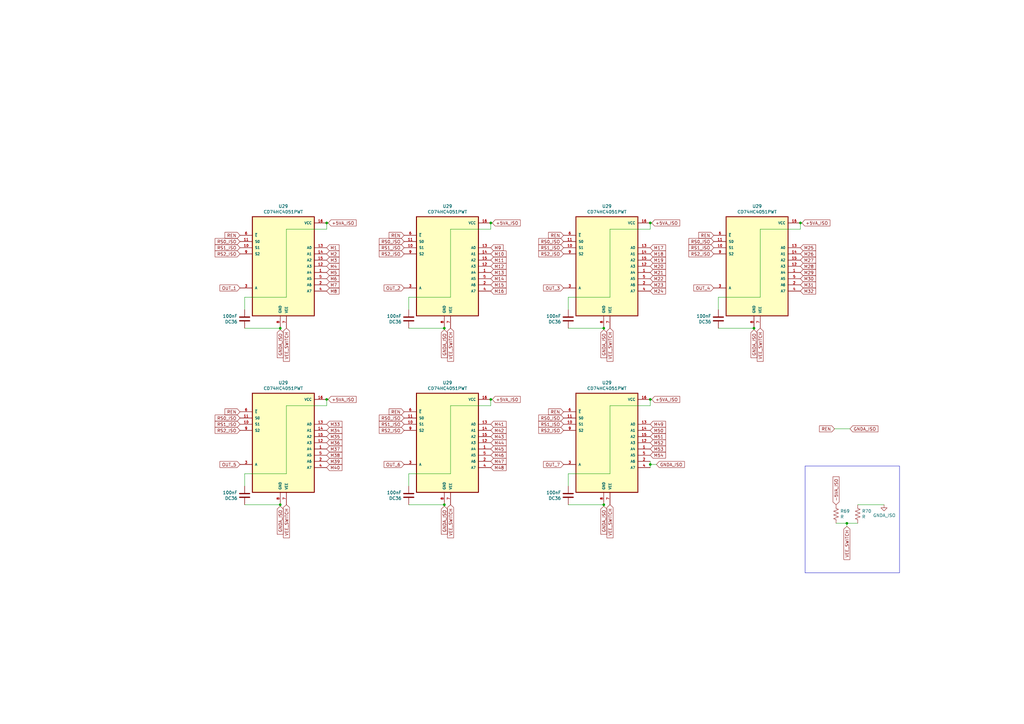
<source format=kicad_sch>
(kicad_sch (version 20230121) (generator eeschema)
  (paper "A3")
  (title_block (title "MUX_SECTION") (date "2023-07-26"))
  (lib_symbols
    (symbol "CD74HC4051PWT:CD74HC4051PWT" (pin_names (offset 1.016))
      (property "Reference" "U" (at -12.7 21.3106 0))
      (property "Value" "CD74HC4051PWT" (at -3.81 21.59 0))
      (symbol "CD74HC4051PWT_0_0"
        (rectangle (start -12.7 -20.32) (end 12.7 20.32) (stroke (width 0.4064)) (fill (type background)))
        (pin bidirectional line (at 17.78 -2.54 180) (length 5.08) (name "A4") (number "1"))
        (pin input line (at -17.78 7.62 0) (length 5.08) (name "S1") (number "10"))
        (pin input line (at -17.78 10.16 0) (length 5.08) (name "S0") (number "11"))
        (pin bidirectional line (at 17.78 0 180) (length 5.08) (name "A3") (number "12"))
        (pin bidirectional line (at 17.78 7.62 180) (length 5.08) (name "A0") (number "13"))
        (pin bidirectional line (at 17.78 5.08 180) (length 5.08) (name "A1") (number "14"))
        (pin bidirectional line (at 17.78 2.54 180) (length 5.08) (name "A2") (number "15"))
        (pin power_in line (at 17.78 17.78 180) (length 5.08) (name "VCC") (number "16"))
        (pin bidirectional line (at 17.78 -7.62 180) (length 5.08) (name "A6") (number "2"))
        (pin bidirectional line (at -17.78 -8.89 0) (length 5.08) (name "A") (number "3"))
        (pin bidirectional line (at 17.78 -10.16 180) (length 5.08) (name "A7") (number "4"))
        (pin bidirectional line (at 17.78 -5.08 180) (length 5.08) (name "A5") (number "5"))
        (pin input line (at -17.78 12.7 0) (length 5.08) (name "~{E}") (number "6"))
        (pin power_in line (at 1.27 -25.4 90) (length 5.08) (name "VEE") (number "7"))
        (pin power_in line (at -1.27 -25.4 90) (length 5.08) (name "GND") (number "8"))
        (pin input line (at -17.78 5.08 0) (length 5.08) (name "S2") (number "9"))
      )
    )
    (symbol "Device:C" (pin_numbers hide) (pin_names (offset 0.254))
      (property "Reference" "C" (at 0.635 2.54 0))
      (property "Value" "C" (at 0.635 -2.54 0))
      (symbol "C_0_1"
        (polyline (pts (xy -2.032 -0.762) (xy 2.032 -0.762)) (stroke (width 0.508)))
        (polyline (pts (xy -2.032 0.762) (xy 2.032 0.762)) (stroke (width 0.508)))
      )
      (symbol "C_1_1"
        (pin passive line (at 0 3.81 270) (length 2.794) (name "~") (number "1"))
        (pin passive line (at 0 -3.81 90) (length 2.794) (name "~") (number "2"))
      )
    )
    (symbol "Device:R_US" (pin_numbers hide) (pin_names (offset 0))
      (property "Reference" "R" (at 2.54 0 90))
      (property "Value" "R_US" (at -2.54 0 90))
      (symbol "R_US_0_1"
        (polyline (pts (xy 0 -2.286) (xy 0 -2.54)))
        (polyline (pts (xy 0 2.286) (xy 0 2.54)))
        (polyline (pts (xy 0 -0.762) (xy 1.016 -1.143) (xy 0 -1.524) (xy -1.016 -1.905) (xy 0 -2.286)))
        (polyline (pts (xy 0 0.762) (xy 1.016 0.381) (xy 0 0) (xy -1.016 -0.381) (xy 0 -0.762)))
        (polyline (pts (xy 0 2.286) (xy 1.016 1.905) (xy 0 1.524) (xy -1.016 1.143) (xy 0 0.762)))
      )
      (symbol "R_US_1_1"
        (pin passive line (at 0 3.81 270) (length 1.27) (name "~") (number "1"))
        (pin passive line (at 0 -3.81 90) (length 1.27) (name "~") (number "2"))
      )
    )
    (symbol "ohm3000Board-rescue:GNDA_ISO-power" (power) (pin_names (offset 0))
      (property "Value" "GNDA_ISO-power" (at 0 -3.81 0))
      (symbol "GNDA_ISO-power_0_1"
        (polyline (pts (xy 0 0) (xy 0 -1.27) (xy 1.27 -1.27) (xy 0 -2.54) (xy -1.27 -1.27) (xy 0 -1.27)))
      )
      (symbol "GNDA_ISO-power_1_1"
        (pin power_in line (at 0 0 270) (length 0) hide (name "GNDA_ISO") (number "1"))
      )
    )
  )
  (junction (at 182.245 134.62))
  (junction (at 266.7 91.44))
  (junction (at 201.295 163.83))
  (junction (at 201.295 91.44))
  (junction (at 347.345 214.63))
  (junction (at 328.295 91.44))
  (junction (at 114.935 207.01))
  (junction (at 114.935 134.62))
  (junction (at 247.65 134.62))
  (junction (at 182.245 207.01))
  (junction (at 133.985 91.44))
  (junction (at 133.985 163.83))
  (junction (at 247.65 207.01))
  (junction (at 309.245 134.62))
  (junction (at 266.7 190.5))
  (junction (at 266.7 163.83))
  (wire (pts (xy 233.045 207.01) (xy 247.65 207.01)))
  (wire (pts (xy 134.62 163.83) (xy 133.985 163.83)))
  (wire (pts (xy 184.785 194.31) (xy 184.785 166.37)))
  (wire (pts (xy 133.985 166.37) (xy 133.985 163.83)))
  (wire (pts (xy 182.245 207.645) (xy 182.245 207.01)))
  (wire (pts (xy 100.33 134.62) (xy 114.935 134.62)))
  (wire (pts (xy 117.475 121.92) (xy 117.475 93.98)))
  (wire (pts (xy 250.19 194.31) (xy 250.19 166.37)))
  (wire (pts (xy 114.935 135.255) (xy 114.935 134.62)))
  (wire (pts (xy 117.475 93.98) (xy 133.985 93.98)))
  (wire (pts (xy 100.33 194.31) (xy 100.33 199.39)))
  (wire (pts (xy 182.245 135.255) (xy 182.245 134.62)))
  (wire (pts (xy 201.93 163.83) (xy 201.295 163.83)))
  (wire (pts (xy 309.245 135.255) (xy 309.245 134.62)))
  (wire (pts (xy 250.19 166.37) (xy 266.7 166.37)))
  (wire (pts (xy 311.785 121.92) (xy 311.785 93.98)))
  (wire (pts (xy 167.64 194.31) (xy 184.785 194.31)))
  (wire (pts (xy 100.33 207.01) (xy 114.935 207.01)))
  (wire (pts (xy 117.475 194.31) (xy 117.475 166.37)))
  (wire (pts (xy 100.33 121.92) (xy 100.33 127)))
  (wire (pts (xy 201.295 93.98) (xy 201.295 91.44)))
  (wire (pts (xy 294.64 121.92) (xy 311.785 121.92)))
  (wire (pts (xy 294.64 134.62) (xy 309.245 134.62)))
  (wire (pts (xy 117.475 166.37) (xy 133.985 166.37)))
  (wire (pts (xy 134.62 91.44) (xy 133.985 91.44)))
  (wire (pts (xy 233.045 194.31) (xy 250.19 194.31)))
  (wire (pts (xy 114.935 207.645) (xy 114.935 207.01)))
  (wire (pts (xy 266.7 190.5) (xy 266.7 191.77)))
  (wire (pts (xy 266.7 166.37) (xy 266.7 163.83)))
  (wire (pts (xy 347.345 215.9) (xy 347.345 214.63)))
  (wire (pts (xy 266.7 189.23) (xy 266.7 190.5)))
  (wire (pts (xy 347.345 214.63) (xy 351.79 214.63)))
  (wire (pts (xy 167.64 134.62) (xy 182.245 134.62)))
  (wire (pts (xy 250.19 93.98) (xy 266.7 93.98)))
  (wire (pts (xy 294.64 121.92) (xy 294.64 127)))
  (wire (pts (xy 167.64 121.92) (xy 184.785 121.92)))
  (wire (pts (xy 167.64 194.31) (xy 167.64 199.39)))
  (wire (pts (xy 100.33 121.92) (xy 117.475 121.92)))
  (wire (pts (xy 342.9 214.63) (xy 347.345 214.63)))
  (wire (pts (xy 250.19 121.92) (xy 250.19 93.98)))
  (wire (pts (xy 201.93 91.44) (xy 201.295 91.44)))
  (wire (pts (xy 133.985 93.98) (xy 133.985 91.44)))
  (wire (pts (xy 311.785 93.98) (xy 328.295 93.98)))
  (wire (pts (xy 184.785 93.98) (xy 201.295 93.98)))
  (wire (pts (xy 167.64 121.92) (xy 167.64 127)))
  (wire (pts (xy 233.045 121.92) (xy 233.045 127)))
  (wire (pts (xy 233.045 194.31) (xy 233.045 199.39)))
  (wire (pts (xy 233.045 121.92) (xy 250.19 121.92)))
  (wire (pts (xy 184.785 121.92) (xy 184.785 93.98)))
  (wire (pts (xy 184.785 166.37) (xy 201.295 166.37)))
  (wire (pts (xy 342.265 175.895) (xy 348.615 175.895)))
  (wire (pts (xy 351.79 207.01) (xy 362.585 207.01)))
  (wire (pts (xy 247.65 135.255) (xy 247.65 134.62)))
  (wire (pts (xy 267.335 91.44) (xy 266.7 91.44)))
  (wire (pts (xy 167.64 207.01) (xy 182.245 207.01)))
  (wire (pts (xy 201.295 166.37) (xy 201.295 163.83)))
  (wire (pts (xy 267.335 163.83) (xy 266.7 163.83)))
  (wire (pts (xy 269.24 190.5) (xy 266.7 190.5)))
  (wire (pts (xy 328.93 91.44) (xy 328.295 91.44)))
  (wire (pts (xy 233.045 134.62) (xy 247.65 134.62)))
  (wire (pts (xy 266.7 93.98) (xy 266.7 91.44)))
  (wire (pts (xy 247.65 207.645) (xy 247.65 207.01)))
  (wire (pts (xy 328.295 93.98) (xy 328.295 91.44)))
  (wire (pts (xy 100.33 194.31) (xy 117.475 194.31)))
  (rectangle (start 330.2 191.135) (end 368.935 234.95))
  (global_label "M25" (shape input) (at 328.295 101.6 0) (property "Intersheetrefs" "${INTERSHEET_REFS}" (effects hide)))
  (global_label "M11" (shape input) (at 201.295 106.68 0) (property "Intersheetrefs" "${INTERSHEET_REFS}" (effects hide)))
  (global_label "M19" (shape input) (at 266.7 106.68 0) (property "Intersheetrefs" "${INTERSHEET_REFS}" (effects hide)))
  (global_label "OUT_2" (shape input) (at 165.735 118.11 180) (property "Intersheetrefs" "${INTERSHEET_REFS}" (effects hide)))
  (global_label "RS2_ISO" (shape input) (at 98.425 176.53 180) (property "Intersheetrefs" "${INTERSHEET_REFS}" (effects hide)))
  (global_label "RS2_ISO" (shape input) (at 165.735 176.53 180) (property "Intersheetrefs" "${INTERSHEET_REFS}" (effects hide)))
  (global_label "VEE_SWITCH" (shape input) (at 117.475 134.62 270) (property "Intersheetrefs" "${INTERSHEET_REFS}" (effects hide)))
  (global_label "GNDA_ISO" (shape input) (at 182.245 135.255 270) (property "Intersheetrefs" "${INTERSHEET_REFS}" (effects hide)))
  (global_label "REN" (shape input) (at 165.735 168.91 180) (property "Intersheetrefs" "${INTERSHEET_REFS}" (effects hide)))
  (global_label "RS2_ISO" (shape input) (at 231.14 176.53 180) (property "Intersheetrefs" "${INTERSHEET_REFS}" (effects hide)))
  (global_label "REN" (shape input) (at 342.265 175.895 180) (property "Intersheetrefs" "${INTERSHEET_REFS}" (effects hide)))
  (global_label "M3" (shape input) (at 133.985 106.68 0) (property "Intersheetrefs" "${INTERSHEET_REFS}" (effects hide)))
  (global_label "-5VA_ISO" (shape input) (at 342.9 207.01 90) (property "Intersheetrefs" "${INTERSHEET_REFS}" (effects hide)))
  (global_label "RS1_ISO" (shape input) (at 98.425 173.99 180) (property "Intersheetrefs" "${INTERSHEET_REFS}" (effects hide)))
  (global_label "GNDA_ISO" (shape input) (at 114.935 207.645 270) (property "Intersheetrefs" "${INTERSHEET_REFS}" (effects hide)))
  (global_label "M52" (shape input) (at 266.7 181.61 0) (property "Intersheetrefs" "${INTERSHEET_REFS}" (effects hide)))
  (global_label "M21" (shape input) (at 266.7 111.76 0) (property "Intersheetrefs" "${INTERSHEET_REFS}" (effects hide)))
  (global_label "M6" (shape input) (at 133.985 114.3 0) (property "Intersheetrefs" "${INTERSHEET_REFS}" (effects hide)))
  (global_label "OUT_5" (shape input) (at 98.425 190.5 180) (property "Intersheetrefs" "${INTERSHEET_REFS}" (effects hide)))
  (global_label "VEE_SWITCH" (shape input) (at 117.475 207.01 270) (property "Intersheetrefs" "${INTERSHEET_REFS}" (effects hide)))
  (global_label "M24" (shape input) (at 266.7 119.38 0) (property "Intersheetrefs" "${INTERSHEET_REFS}" (effects hide)))
  (global_label "M5" (shape input) (at 133.985 111.76 0) (property "Intersheetrefs" "${INTERSHEET_REFS}" (effects hide)))
  (global_label "+5VA_ISO" (shape input) (at 328.93 91.44 0) (property "Intersheetrefs" "${INTERSHEET_REFS}" (effects hide)))
  (global_label "M23" (shape input) (at 266.7 116.84 0) (property "Intersheetrefs" "${INTERSHEET_REFS}" (effects hide)))
  (global_label "RS0_ISO" (shape input) (at 165.735 99.06 180) (property "Intersheetrefs" "${INTERSHEET_REFS}" (effects hide)))
  (global_label "GNDA_ISO" (shape input) (at 269.24 190.5 0) (property "Intersheetrefs" "${INTERSHEET_REFS}" (effects hide)))
  (global_label "M22" (shape input) (at 266.7 114.3 0) (property "Intersheetrefs" "${INTERSHEET_REFS}" (effects hide)))
  (global_label "M30" (shape input) (at 328.295 114.3 0) (property "Intersheetrefs" "${INTERSHEET_REFS}" (effects hide)))
  (global_label "M41" (shape input) (at 201.295 173.99 0) (property "Intersheetrefs" "${INTERSHEET_REFS}" (effects hide)))
  (global_label "M46" (shape input) (at 201.295 186.69 0) (property "Intersheetrefs" "${INTERSHEET_REFS}" (effects hide)))
  (global_label "+5VA_ISO" (shape input) (at 134.62 91.44 0) (property "Intersheetrefs" "${INTERSHEET_REFS}" (effects hide)))
  (global_label "RS0_ISO" (shape input) (at 231.14 99.06 180) (property "Intersheetrefs" "${INTERSHEET_REFS}" (effects hide)))
  (global_label "RS2_ISO" (shape input) (at 98.425 104.14 180) (property "Intersheetrefs" "${INTERSHEET_REFS}" (effects hide)))
  (global_label "M47" (shape input) (at 201.295 189.23 0) (property "Intersheetrefs" "${INTERSHEET_REFS}" (effects hide)))
  (global_label "GNDA_ISO" (shape input) (at 309.245 135.255 270) (property "Intersheetrefs" "${INTERSHEET_REFS}" (effects hide)))
  (global_label "REN" (shape input) (at 165.735 96.52 180) (property "Intersheetrefs" "${INTERSHEET_REFS}" (effects hide)))
  (global_label "M31" (shape input) (at 328.295 116.84 0) (property "Intersheetrefs" "${INTERSHEET_REFS}" (effects hide)))
  (global_label "RS1_ISO" (shape input) (at 165.735 173.99 180) (property "Intersheetrefs" "${INTERSHEET_REFS}" (effects hide)))
  (global_label "VEE_SWITCH" (shape input) (at 250.19 134.62 270) (property "Intersheetrefs" "${INTERSHEET_REFS}" (effects hide)))
  (global_label "RS2_ISO" (shape input) (at 165.735 104.14 180) (property "Intersheetrefs" "${INTERSHEET_REFS}" (effects hide)))
  (global_label "VEE_SWITCH" (shape input) (at 347.345 215.9 270) (property "Intersheetrefs" "${INTERSHEET_REFS}" (effects hide)))
  (global_label "M12" (shape input) (at 201.295 109.22 0) (property "Intersheetrefs" "${INTERSHEET_REFS}" (effects hide)))
  (global_label "M8" (shape input) (at 133.985 119.38 0) (property "Intersheetrefs" "${INTERSHEET_REFS}" (effects hide)))
  (global_label "REN" (shape input) (at 231.14 168.91 180) (property "Intersheetrefs" "${INTERSHEET_REFS}" (effects hide)))
  (global_label "M20" (shape input) (at 266.7 109.22 0) (property "Intersheetrefs" "${INTERSHEET_REFS}" (effects hide)))
  (global_label "M10" (shape input) (at 201.295 104.14 0) (property "Intersheetrefs" "${INTERSHEET_REFS}" (effects hide)))
  (global_label "RS0_ISO" (shape input) (at 98.425 99.06 180) (property "Intersheetrefs" "${INTERSHEET_REFS}" (effects hide)))
  (global_label "RS1_ISO" (shape input) (at 98.425 101.6 180) (property "Intersheetrefs" "${INTERSHEET_REFS}" (effects hide)))
  (global_label "M50" (shape input) (at 266.7 176.53 0) (property "Intersheetrefs" "${INTERSHEET_REFS}" (effects hide)))
  (global_label "M37" (shape input) (at 133.985 184.15 0) (property "Intersheetrefs" "${INTERSHEET_REFS}" (effects hide)))
  (global_label "OUT_3" (shape input) (at 231.14 118.11 180) (property "Intersheetrefs" "${INTERSHEET_REFS}" (effects hide)))
  (global_label "M16" (shape input) (at 201.295 119.38 0) (property "Intersheetrefs" "${INTERSHEET_REFS}" (effects hide)))
  (global_label "M53" (shape input) (at 266.7 184.15 0) (property "Intersheetrefs" "${INTERSHEET_REFS}" (effects hide)))
  (global_label "GNDA_ISO" (shape input) (at 247.65 135.255 270) (property "Intersheetrefs" "${INTERSHEET_REFS}" (effects hide)))
  (global_label "RS0_ISO" (shape input) (at 98.425 171.45 180) (property "Intersheetrefs" "${INTERSHEET_REFS}" (effects hide)))
  (global_label "M17" (shape input) (at 266.7 101.6 0) (property "Intersheetrefs" "${INTERSHEET_REFS}" (effects hide)))
  (global_label "REN" (shape input) (at 292.735 96.52 180) (property "Intersheetrefs" "${INTERSHEET_REFS}" (effects hide)))
  (global_label "REN" (shape input) (at 231.14 96.52 180) (property "Intersheetrefs" "${INTERSHEET_REFS}" (effects hide)))
  (global_label "RS2_ISO" (shape input) (at 292.735 104.14 180) (property "Intersheetrefs" "${INTERSHEET_REFS}" (effects hide)))
  (global_label "M28" (shape input) (at 328.295 109.22 0) (property "Intersheetrefs" "${INTERSHEET_REFS}" (effects hide)))
  (global_label "M2" (shape input) (at 133.985 104.14 0) (property "Intersheetrefs" "${INTERSHEET_REFS}" (effects hide)))
  (global_label "M38" (shape input) (at 133.985 186.69 0) (property "Intersheetrefs" "${INTERSHEET_REFS}" (effects hide)))
  (global_label "OUT_1" (shape input) (at 98.425 118.11 180) (property "Intersheetrefs" "${INTERSHEET_REFS}" (effects hide)))
  (global_label "M42" (shape input) (at 201.295 176.53 0) (property "Intersheetrefs" "${INTERSHEET_REFS}" (effects hide)))
  (global_label "M40" (shape input) (at 133.985 191.77 0) (property "Intersheetrefs" "${INTERSHEET_REFS}" (effects hide)))
  (global_label "M1" (shape input) (at 133.985 101.6 0) (property "Intersheetrefs" "${INTERSHEET_REFS}" (effects hide)))
  (global_label "+5VA_ISO" (shape input) (at 201.93 163.83 0) (property "Intersheetrefs" "${INTERSHEET_REFS}" (effects hide)))
  (global_label "GNDA_ISO" (shape input) (at 182.245 207.645 270) (property "Intersheetrefs" "${INTERSHEET_REFS}" (effects hide)))
  (global_label "M27" (shape input) (at 328.295 106.68 0) (property "Intersheetrefs" "${INTERSHEET_REFS}" (effects hide)))
  (global_label "RS1_ISO" (shape input) (at 231.14 101.6 180) (property "Intersheetrefs" "${INTERSHEET_REFS}" (effects hide)))
  (global_label "+5VA_ISO" (shape input) (at 267.335 91.44 0) (property "Intersheetrefs" "${INTERSHEET_REFS}" (effects hide)))
  (global_label "RS1_ISO" (shape input) (at 231.14 173.99 180) (property "Intersheetrefs" "${INTERSHEET_REFS}" (effects hide)))
  (global_label "M14" (shape input) (at 201.295 114.3 0) (property "Intersheetrefs" "${INTERSHEET_REFS}" (effects hide)))
  (global_label "M18" (shape input) (at 266.7 104.14 0) (property "Intersheetrefs" "${INTERSHEET_REFS}" (effects hide)))
  (global_label "GNDA_ISO" (shape input) (at 348.615 175.895 0) (property "Intersheetrefs" "${INTERSHEET_REFS}" (effects hide)))
  (global_label "M36" (shape input) (at 133.985 181.61 0) (property "Intersheetrefs" "${INTERSHEET_REFS}" (effects hide)))
  (global_label "VEE_SWITCH" (shape input) (at 184.785 134.62 270) (property "Intersheetrefs" "${INTERSHEET_REFS}" (effects hide)))
  (global_label "+5VA_ISO" (shape input) (at 134.62 163.83 0) (property "Intersheetrefs" "${INTERSHEET_REFS}" (effects hide)))
  (global_label "M51" (shape input) (at 266.7 179.07 0) (property "Intersheetrefs" "${INTERSHEET_REFS}" (effects hide)))
  (global_label "RS0_ISO" (shape input) (at 231.14 171.45 180) (property "Intersheetrefs" "${INTERSHEET_REFS}" (effects hide)))
  (global_label "M44" (shape input) (at 201.295 181.61 0) (property "Intersheetrefs" "${INTERSHEET_REFS}" (effects hide)))
  (global_label "M4" (shape input) (at 133.985 109.22 0) (property "Intersheetrefs" "${INTERSHEET_REFS}" (effects hide)))
  (global_label "RS1_ISO" (shape input) (at 165.735 101.6 180) (property "Intersheetrefs" "${INTERSHEET_REFS}" (effects hide)))
  (global_label "M9" (shape input) (at 201.295 101.6 0) (property "Intersheetrefs" "${INTERSHEET_REFS}" (effects hide)))
  (global_label "M13" (shape input) (at 201.295 111.76 0) (property "Intersheetrefs" "${INTERSHEET_REFS}" (effects hide)))
  (global_label "M35" (shape input) (at 133.985 179.07 0) (property "Intersheetrefs" "${INTERSHEET_REFS}" (effects hide)))
  (global_label "M48" (shape input) (at 201.295 191.77 0) (property "Intersheetrefs" "${INTERSHEET_REFS}" (effects hide)))
  (global_label "RS0_ISO" (shape input) (at 292.735 99.06 180) (property "Intersheetrefs" "${INTERSHEET_REFS}" (effects hide)))
  (global_label "OUT_6" (shape input) (at 165.735 190.5 180) (property "Intersheetrefs" "${INTERSHEET_REFS}" (effects hide)))
  (global_label "OUT_7" (shape input) (at 231.14 190.5 180) (property "Intersheetrefs" "${INTERSHEET_REFS}" (effects hide)))
  (global_label "GNDA_ISO" (shape input) (at 114.935 135.255 270) (property "Intersheetrefs" "${INTERSHEET_REFS}" (effects hide)))
  (global_label "+5VA_ISO" (shape input) (at 267.335 163.83 0) (property "Intersheetrefs" "${INTERSHEET_REFS}" (effects hide)))
  (global_label "M32" (shape input) (at 328.295 119.38 0) (property "Intersheetrefs" "${INTERSHEET_REFS}" (effects hide)))
  (global_label "M39" (shape input) (at 133.985 189.23 0) (property "Intersheetrefs" "${INTERSHEET_REFS}" (effects hide)))
  (global_label "M7" (shape input) (at 133.985 116.84 0) (property "Intersheetrefs" "${INTERSHEET_REFS}" (effects hide)))
  (global_label "REN" (shape input) (at 98.425 96.52 180) (property "Intersheetrefs" "${INTERSHEET_REFS}" (effects hide)))
  (global_label "M43" (shape input) (at 201.295 179.07 0) (property "Intersheetrefs" "${INTERSHEET_REFS}" (effects hide)))
  (global_label "VEE_SWITCH" (shape input) (at 250.19 207.01 270) (property "Intersheetrefs" "${INTERSHEET_REFS}" (effects hide)))
  (global_label "RS1_ISO" (shape input) (at 292.735 101.6 180) (property "Intersheetrefs" "${INTERSHEET_REFS}" (effects hide)))
  (global_label "RS0_ISO" (shape input) (at 165.735 171.45 180) (property "Intersheetrefs" "${INTERSHEET_REFS}" (effects hide)))
  (global_label "M49" (shape input) (at 266.7 173.99 0) (property "Intersheetrefs" "${INTERSHEET_REFS}" (effects hide)))
  (global_label "REN" (shape input) (at 98.425 168.91 180) (property "Intersheetrefs" "${INTERSHEET_REFS}" (effects hide)))
  (global_label "M26" (shape input) (at 328.295 104.14 0) (property "Intersheetrefs" "${INTERSHEET_REFS}" (effects hide)))
  (global_label "RS2_ISO" (shape input) (at 231.14 104.14 180) (property "Intersheetrefs" "${INTERSHEET_REFS}" (effects hide)))
  (global_label "M15" (shape input) (at 201.295 116.84 0) (property "Intersheetrefs" "${INTERSHEET_REFS}" (effects hide)))
  (global_label "M54" (shape input) (at 266.7 186.69 0) (property "Intersheetrefs" "${INTERSHEET_REFS}" (effects hide)))
  (global_label "VEE_SWITCH" (shape input) (at 184.785 207.01 270) (property "Intersheetrefs" "${INTERSHEET_REFS}" (effects hide)))
  (global_label "M29" (shape input) (at 328.295 111.76 0) (property "Intersheetrefs" "${INTERSHEET_REFS}" (effects hide)))
  (global_label "M34" (shape input) (at 133.985 176.53 0) (property "Intersheetrefs" "${INTERSHEET_REFS}" (effects hide)))
  (global_label "M45" (shape input) (at 201.295 184.15 0) (property "Intersheetrefs" "${INTERSHEET_REFS}" (effects hide)))
  (global_label "M33" (shape input) (at 133.985 173.99 0) (property "Intersheetrefs" "${INTERSHEET_REFS}" (effects hide)))
  (global_label "OUT_4" (shape input) (at 292.735 118.11 180) (property "Intersheetrefs" "${INTERSHEET_REFS}" (effects hide)))
  (global_label "GNDA_ISO" (shape input) (at 247.65 207.645 270) (property "Intersheetrefs" "${INTERSHEET_REFS}" (effects hide)))
  (global_label "VEE_SWITCH" (shape input) (at 311.785 134.62 270) (property "Intersheetrefs" "${INTERSHEET_REFS}" (effects hide)))
  (global_label "+5VA_ISO" (shape input) (at 201.93 91.44 0) (property "Intersheetrefs" "${INTERSHEET_REFS}" (effects hide)))
  (symbol (lib_id "Device:C") (at 233.045 130.81 180) (unit 1)
    (property "Reference" "DC36" (at 230.124 131.9784 0) (effects (justify left)))
    (property "Value" "100nF" (at 230.124 129.667 0) (effects (justify left)))
    (property "Footprint" "Capacitor_SMD:C_0805_2012Metric_Pad1.18x1.45mm_HandSolder" (effects hide))
    (instances (project "ohm3000Board" (path "" (reference "DC36") (unit 1)) (path "" (reference "C?") (unit 1)) (path "" (reference "DC36") (unit 1))) (project "Split_Board_PartB" (path "" (reference "DC31") (unit 1))))
  )
  (symbol (lib_id "Device:C") (at 294.64 130.81 180) (unit 1)
    (property "Reference" "DC36" (at 291.719 131.9784 0) (effects (justify left)))
    (property "Value" "100nF" (at 291.719 129.667 0) (effects (justify left)))
    (property "Footprint" "Capacitor_SMD:C_0805_2012Metric_Pad1.18x1.45mm_HandSolder" (effects hide))
    (instances (project "ohm3000Board" (path "" (reference "DC36") (unit 1)) (path "" (reference "C?") (unit 1)) (path "" (reference "DC36") (unit 1))) (project "Split_Board_PartB" (path "" (reference "DC32") (unit 1))))
  )
  (symbol (lib_id "CD74HC4051PWT:CD74HC4051PWT") (at 248.92 109.22 0) (unit 1)
    (property "Reference" "U29" (at 248.92 84.582 0))
    (property "Value" "CD74HC4051PWT" (at 248.92 86.8934 0))
    (property "Footprint" "CD74HC4051PWT:SOP65P640X120-16N" (effects hide))
    (instances (project "ohm3000Board" (path "" (reference "U29") (unit 1)) (path "" (reference "U?") (unit 1)) (path "" (reference "U29") (unit 1))) (project "Split_Board_PartB" (path "" (reference "U17") (unit 1))))
  )
  (symbol (lib_id "CD74HC4051PWT:CD74HC4051PWT") (at 183.515 109.22 0) (unit 1)
    (property "Reference" "U29" (at 183.515 84.582 0))
    (property "Value" "CD74HC4051PWT" (at 183.515 86.8934 0))
    (property "Footprint" "CD74HC4051PWT:SOP65P640X120-16N" (effects hide))
    (instances (project "ohm3000Board" (path "" (reference "U29") (unit 1)) (path "" (reference "U?") (unit 1)) (path "" (reference "U29") (unit 1))) (project "Split_Board_PartB" (path "" (reference "U16") (unit 1))))
  )
  (symbol (lib_id "Device:R_US") (at 342.9 210.82 180) (unit 1)
    (property "Reference" "R69" (at 344.6272 209.6516 0) (effects (justify right)))
    (property "Value" "R" (at 344.6272 211.963 0) (effects (justify right)))
    (property "Footprint" "Resistor_SMD:R_0805_2012Metric_Pad1.20x1.40mm_HandSolder" (effects hide))
    (instances (project "ohm3000Board" (path "" (reference "R69") (unit 1))) (project "Split_Board_PartA" (path "" (reference "R26") (unit 1)) (path "" (reference "R3") (unit 1))) (project "Split_Board_PartB" (path "" (reference "R57") (unit 1)) (path "" (reference "R57") (unit 1))))
  )
  (symbol (lib_id "CD74HC4051PWT:CD74HC4051PWT") (at 116.205 181.61 0) (unit 1)
    (property "Reference" "U29" (at 116.205 156.972 0))
    (property "Value" "CD74HC4051PWT" (at 116.205 159.2834 0))
    (property "Footprint" "CD74HC4051PWT:SOP65P640X120-16N" (effects hide))
    (instances (project "ohm3000Board" (path "" (reference "U29") (unit 1)) (path "" (reference "U?") (unit 1)) (path "" (reference "U29") (unit 1))) (project "Split_Board_PartB" (path "" (reference "U19") (unit 1))))
  )
  (symbol (lib_id "Device:R_US") (at 351.79 210.82 180) (unit 1)
    (property "Reference" "R70" (at 353.5172 209.6516 0) (effects (justify right)))
    (property "Value" "R" (at 353.5172 211.963 0) (effects (justify right)))
    (property "Footprint" "Resistor_SMD:R_0805_2012Metric_Pad1.20x1.40mm_HandSolder" (effects hide))
    (instances (project "ohm3000Board" (path "" (reference "R70") (unit 1))) (project "Split_Board_PartA" (path "" (reference "R27") (unit 1)) (path "" (reference "R4") (unit 1))) (project "Split_Board_PartB" (path "" (reference "R58") (unit 1)) (path "" (reference "R58") (unit 1))))
  )
  (symbol (lib_id "CD74HC4051PWT:CD74HC4051PWT") (at 183.515 181.61 0) (unit 1)
    (property "Reference" "U29" (at 183.515 156.972 0))
    (property "Value" "CD74HC4051PWT" (at 183.515 159.2834 0))
    (property "Footprint" "CD74HC4051PWT:SOP65P640X120-16N" (effects hide))
    (instances (project "ohm3000Board" (path "" (reference "U29") (unit 1)) (path "" (reference "U?") (unit 1)) (path "" (reference "U29") (unit 1))) (project "Split_Board_PartB" (path "" (reference "U20") (unit 1))))
  )
  (symbol (lib_id "Device:C") (at 167.64 130.81 180) (unit 1)
    (property "Reference" "DC36" (at 164.719 131.9784 0) (effects (justify left)))
    (property "Value" "100nF" (at 164.719 129.667 0) (effects (justify left)))
    (property "Footprint" "Capacitor_SMD:C_0805_2012Metric_Pad1.18x1.45mm_HandSolder" (effects hide))
    (instances (project "ohm3000Board" (path "" (reference "DC36") (unit 1)) (path "" (reference "C?") (unit 1)) (path "" (reference "DC36") (unit 1))) (project "Split_Board_PartB" (path "" (reference "DC30") (unit 1))))
  )
  (symbol (lib_id "Device:C") (at 100.33 203.2 180) (unit 1)
    (property "Reference" "DC36" (at 97.409 204.3684 0) (effects (justify left)))
    (property "Value" "100nF" (at 97.409 202.057 0) (effects (justify left)))
    (property "Footprint" "Capacitor_SMD:C_0805_2012Metric_Pad1.18x1.45mm_HandSolder" (effects hide))
    (instances (project "ohm3000Board" (path "" (reference "DC36") (unit 1)) (path "" (reference "C?") (unit 1)) (path "" (reference "DC36") (unit 1))) (project "Split_Board_PartB" (path "" (reference "DC33") (unit 1))))
  )
  (symbol (lib_id "Device:C") (at 100.33 130.81 180) (unit 1)
    (property "Reference" "DC36" (at 97.409 131.9784 0) (effects (justify left)))
    (property "Value" "100nF" (at 97.409 129.667 0) (effects (justify left)))
    (property "Footprint" "Capacitor_SMD:C_0805_2012Metric_Pad1.18x1.45mm_HandSolder" (effects hide))
    (instances (project "ohm3000Board" (path "" (reference "DC36") (unit 1)) (path "" (reference "C?") (unit 1)) (path "" (reference "DC36") (unit 1))) (project "Split_Board_PartB" (path "" (reference "DC29") (unit 1))))
  )
  (symbol (lib_id "CD74HC4051PWT:CD74HC4051PWT") (at 310.515 109.22 0) (unit 1)
    (property "Reference" "U29" (at 310.515 84.582 0))
    (property "Value" "CD74HC4051PWT" (at 310.515 86.8934 0))
    (property "Footprint" "CD74HC4051PWT:SOP65P640X120-16N" (effects hide))
    (instances (project "ohm3000Board" (path "" (reference "U29") (unit 1)) (path "" (reference "U?") (unit 1)) (path "" (reference "U29") (unit 1))) (project "Split_Board_PartB" (path "" (reference "U18") (unit 1))))
  )
  (symbol (lib_id "CD74HC4051PWT:CD74HC4051PWT") (at 116.205 109.22 0) (unit 1)
    (property "Reference" "U29" (at 116.205 84.582 0))
    (property "Value" "CD74HC4051PWT" (at 116.205 86.8934 0))
    (property "Footprint" "CD74HC4051PWT:SOP65P640X120-16N" (effects hide))
    (instances (project "ohm3000Board" (path "" (reference "U29") (unit 1)) (path "" (reference "U?") (unit 1)) (path "" (reference "U29") (unit 1))) (project "Split_Board_PartB" (path "" (reference "U15") (unit 1))))
  )
  (symbol (lib_id "CD74HC4051PWT:CD74HC4051PWT") (at 248.92 181.61 0) (unit 1)
    (property "Reference" "U29" (at 248.92 156.972 0))
    (property "Value" "CD74HC4051PWT" (at 248.92 159.2834 0))
    (property "Footprint" "CD74HC4051PWT:SOP65P640X120-16N" (effects hide))
    (instances (project "ohm3000Board" (path "" (reference "U29") (unit 1)) (path "" (reference "U?") (unit 1)) (path "" (reference "U29") (unit 1))) (project "Split_Board_PartB" (path "" (reference "U21") (unit 1))))
  )
  (symbol (lib_id "Device:C") (at 167.64 203.2 180) (unit 1)
    (property "Reference" "DC36" (at 164.719 204.3684 0) (effects (justify left)))
    (property "Value" "100nF" (at 164.719 202.057 0) (effects (justify left)))
    (property "Footprint" "Capacitor_SMD:C_0805_2012Metric_Pad1.18x1.45mm_HandSolder" (effects hide))
    (instances (project "ohm3000Board" (path "" (reference "DC36") (unit 1)) (path "" (reference "C?") (unit 1)) (path "" (reference "DC36") (unit 1))) (project "Split_Board_PartB" (path "" (reference "DC34") (unit 1))))
  )
  (symbol (lib_id "Device:C") (at 233.045 203.2 180) (unit 1)
    (property "Reference" "DC36" (at 230.124 204.3684 0) (effects (justify left)))
    (property "Value" "100nF" (at 230.124 202.057 0) (effects (justify left)))
    (property "Footprint" "Capacitor_SMD:C_0805_2012Metric_Pad1.18x1.45mm_HandSolder" (effects hide))
    (instances (project "ohm3000Board" (path "" (reference "DC36") (unit 1)) (path "" (reference "C?") (unit 1)) (path "" (reference "DC36") (unit 1))) (project "Split_Board_PartB" (path "" (reference "DC35") (unit 1))))
  )
  (symbol (lib_id "ohm3000Board-rescue:GNDA_ISO-power") (at 362.585 207.01 0) (unit 1)
    (property "Reference" "#PWR081" (effects hide))
    (property "Value" "GNDA_ISO" (at 362.712 211.4042 0))
    (instances (project "ohm3000Board" (path "" (reference "#PWR081") (unit 1)) (path "" (reference "#PWR?") (unit 1)) (path "" (reference "#PWR081") (unit 1))) (project "Split_Board_PartA" (path "" (reference "#PWR041") (unit 1)) (path "" (reference "#PWR016") (unit 1))) (project "Split_Board_PartB" (path "" (reference "#PWR074") (unit 1)) (path "" (reference "#PWR073") (unit 1))))
  )
)
</source>
